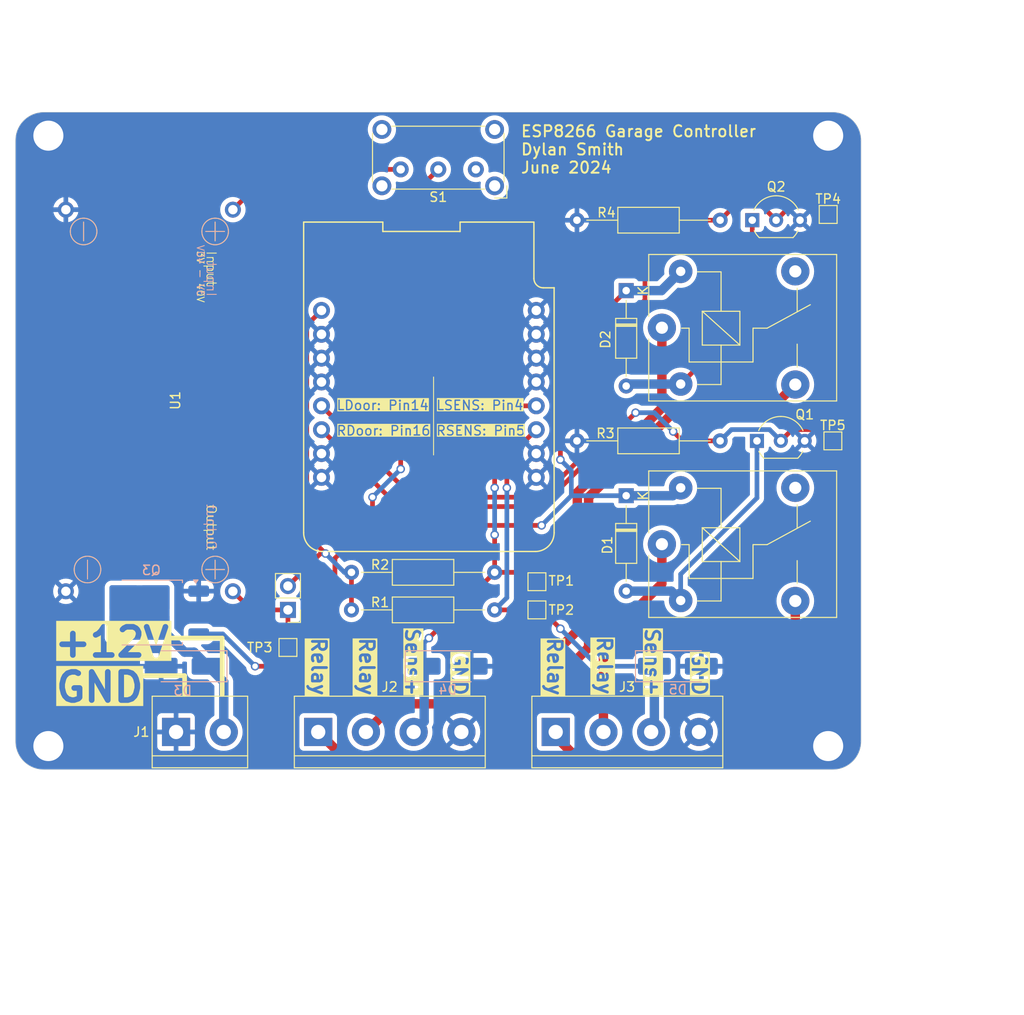
<source format=kicad_pcb>
(kicad_pcb (version 20221018) (generator pcbnew)
  (layers (0 "F.Cu" signal) (31 "B.Cu" signal) (34 "B.Paste" user) (35 "F.Paste" user) (36 "B.SilkS" user "B.Silkscreen") (37 "F.SilkS" user "F.Silkscreen") (38 "B.Mask" user) (39 "F.Mask" user) (44 "Edge.Cuts" user))
  (net 0 "")
  (net 1 "+12V")
  (net 2 "Net-(D1-A)")
  (net 3 "Net-(D2-A)")
  (net 4 "Earth")
  (net 5 "LEFT_SENSOR")
  (net 6 "RIGHT_SENSOR")
  (net 7 "LBUT_NO")
  (net 8 "LBUT_COM")
  (net 9 "RBUT_NO")
  (net 10 "RBUT_COM")
  (net 11 "Net-(JP1-A)")
  (net 12 "+5V")
  (net 13 "Net-(Q1-G)")
  (net 14 "Net-(Q2-G)")
  (net 16 "Net-(S1-A)")
  (net 19 "Net-(D3-A1)")
  (footprint "TestPoint:TestPoint_Pad_1.5x1.5mm" (layer "F.Cu") (at 80.5 75)
    (fp_text reference "TP1" (at 2.6 -0.1) (layer "F.SilkS"))
    (fp_text value "TestPoint")
    (fp_line (start -0.95 -0.95) (end 0.95 -0.95) (stroke (width 0.12)) (layer "F.SilkS"))
    (fp_line (start -0.95 0.95) (end -0.95 -0.95) (stroke (width 0.12)) (layer "F.SilkS"))
    (fp_line (start 0.95 -0.95) (end 0.95 0.95) (stroke (width 0.12)) (layer "F.SilkS"))
    (fp_line (start 0.95 0.95) (end -0.95 0.95) (stroke (width 0.12)) (layer "F.SilkS"))
    (pad "1" smd rect (at 0 0) (size 1.5 1.5) (layers "F.Cu" "F.Mask") (net 5 "LEFT_SENSOR"))
  )
  (footprint "MountingHole:MountingHole_3.2mm_M3" (layer "F.Cu") (at 111.5 92.5)
    (fp_text reference "H2" hide)
    (fp_text value "MountingHole")
    (pad "" np_thru_hole circle locked (at 0 0) (size 3.2 3.2) (drill 3.2) (layers "*.Cu" "*.Mask"))
  )
  (footprint "TestPoint:TestPoint_Pad_1.5x1.5mm" (layer "F.Cu") (at 54 82)
    (fp_text reference "TP3" (at -3 0) (layer "F.SilkS"))
    (fp_text value "TestPoint")
    (fp_line (start -0.95 -0.95) (end 0.95 -0.95) (stroke (width 0.12)) (layer "F.SilkS"))
    (fp_line (start -0.95 0.95) (end -0.95 -0.95) (stroke (width 0.12)) (layer "F.SilkS"))
    (fp_line (start 0.95 -0.95) (end 0.95 0.95) (stroke (width 0.12)) (layer "F.SilkS"))
    (fp_line (start 0.95 0.95) (end -0.95 0.95) (stroke (width 0.12)) (layer "F.SilkS"))
    (pad "1" smd rect (at 0 0) (size 1.5 1.5) (layers "F.Cu" "F.Mask") (net 11 "Net-(JP1-A)"))
  )
  (footprint "Package_TO_SOT_THT:TO-92_Inline_Wide" (layer "F.Cu") (at 103.92 60)
    (fp_text reference "Q1" (at 5.08 -2.8) (layer "F.SilkS"))
    (fp_text value "BS170-D26Z")
    (fp_line (start 0.74 1.85) (end 4.34 1.85) (stroke (width 0.12)) (layer "F.SilkS"))
    (fp_arc (start 0.1836 -1.098807) (mid 1.143021 -2.192817) (end 2.54 -2.6) (stroke (width 0.12)) (layer "F.SilkS"))
    (fp_arc (start 0.74 1.85) (mid 0.446097 1.509328) (end 0.215816 1.122795) (stroke (width 0.12)) (layer "F.SilkS"))
    (fp_arc (start 2.54 -2.6) (mid 3.936979 -2.192818) (end 4.8964 -1.098807) (stroke (width 0.12)) (layer "F.SilkS"))
    (fp_arc (start 4.864184 1.122795) (mid 4.633903 1.509328) (end 4.34 1.85) (stroke (width 0.12)) (layer "F.SilkS"))
    (pad "1" thru_hole rect (at 0 0) (size 1.5 1.5) (drill 0.8) (layers "*.Cu" "*.Mask") (net 2 "Net-(D1-A)"))
    (pad "2" thru_hole circle (at 2.54 0) (size 1.5 1.5) (drill 0.8) (layers "*.Cu" "*.Mask") (net 13 "Net-(Q1-G)"))
    (pad "3" thru_hole circle (at 5.08 0) (size 1.5 1.5) (drill 0.8) (layers "*.Cu" "*.Mask") (net 4 "Earth"))
  )
  (footprint "Diode_THT:D_DO-35_SOD27_P10.16mm_Horizontal" (layer "F.Cu") (at 90 65.84 -90)
    (fp_text reference "D1" (at 5.26 2 90) (layer "F.SilkS"))
    (fp_text value "1N4148TR")
    (fp_text user "K" (at 0 -1.8 -90) (layer "F.SilkS"))
    (fp_line (start 1.04 0) (end 2.96 0) (stroke (width 0.12)) (layer "F.SilkS"))
    (fp_line (start 2.96 -1.12) (end 2.96 1.12) (stroke (width 0.12)) (layer "F.SilkS"))
    (fp_line (start 2.96 1.12) (end 7.2 1.12) (stroke (width 0.12)) (layer "F.SilkS"))
    (fp_line (start 3.56 -1.12) (end 3.56 1.12) (stroke (width 0.12)) (layer "F.SilkS"))
    (fp_line (start 3.68 -1.12) (end 3.68 1.12) (stroke (width 0.12)) (layer "F.SilkS"))
    (fp_line (start 3.8 -1.12) (end 3.8 1.12) (stroke (width 0.12)) (layer "F.SilkS"))
    (fp_line (start 7.2 -1.12) (end 2.96 -1.12) (stroke (width 0.12)) (layer "F.SilkS"))
    (fp_line (start 7.2 1.12) (end 7.2 -1.12) (stroke (width 0.12)) (layer "F.SilkS"))
    (fp_line (start 9.12 0) (end 7.2 0) (stroke (width 0.12)) (layer "F.SilkS"))
    (pad "1" thru_hole rect (at 0 0 270) (size 1.6 1.6) (drill 0.8) (layers "*.Cu" "*.Mask") (net 1 "+12V"))
    (pad "2" thru_hole oval (at 10.16 0 270) (size 1.6 1.6) (drill 0.8) (layers "*.Cu" "*.Mask") (net 2 "Net-(D1-A)"))
  )
  (footprint "TestPoint:TestPoint_Pad_1.5x1.5mm" (layer "F.Cu") (at 112 60)
    (fp_text reference "TP5" (at 0 -1.648) (layer "F.SilkS"))
    (fp_text value "TestPoint")
    (fp_line (start -0.95 -0.95) (end 0.95 -0.95) (stroke (width 0.12)) (layer "F.SilkS"))
    (fp_line (start -0.95 0.95) (end -0.95 -0.95) (stroke (width 0.12)) (layer "F.SilkS"))
    (fp_line (start 0.95 -0.95) (end 0.95 0.95) (stroke (width 0.12)) (layer "F.SilkS"))
    (fp_line (start 0.95 0.95) (end -0.95 0.95) (stroke (width 0.12)) (layer "F.SilkS"))
    (pad "1" smd rect (at 0 0) (size 1.5 1.5) (layers "F.Cu" "F.Mask") (net 13 "Net-(Q1-G)"))
  )
  (footprint "Resistor_THT:R_Axial_DIN0207_L6.3mm_D2.5mm_P15.24mm_Horizontal" (layer "F.Cu") (at 60.76 74)
    (fp_text reference "R2" (at 3.04 -0.8) (layer "F.SilkS"))
    (fp_text value "100k")
    (fp_line (start 1.04 0) (end 4.35 0) (stroke (width 0.12)) (layer "F.SilkS"))
    (fp_line (start 4.35 -1.37) (end 4.35 1.37) (stroke (width 0.12)) (layer "F.SilkS"))
    (fp_line (start 4.35 1.37) (end 10.89 1.37) (stroke (width 0.12)) (layer "F.SilkS"))
    (fp_line (start 10.89 -1.37) (end 4.35 -1.37) (stroke (width 0.12)) (layer "F.SilkS"))
    (fp_line (start 10.89 1.37) (end 10.89 -1.37) (stroke (width 0.12)) (layer "F.SilkS"))
    (fp_line (start 14.2 0) (end 10.89 0) (stroke (width 0.12)) (layer "F.SilkS"))
    (pad "1" thru_hole circle (at 0 0) (size 1.6 1.6) (drill 0.8) (layers "*.Cu" "*.Mask") (net 12 "+5V"))
    (pad "2" thru_hole oval (at 15.24 0) (size 1.6 1.6) (drill 0.8) (layers "*.Cu" "*.Mask") (net 5 "LEFT_SENSOR"))
  )
  (footprint "Resistor_THT:R_Axial_DIN0207_L6.3mm_D2.5mm_P15.24mm_Horizontal" (layer "F.Cu") (at 100 60 180)
    (fp_text reference "R3" (at 12.2 0.8) (layer "F.SilkS"))
    (fp_text value "100k")
    (fp_line (start 1.04 0) (end 4.35 0) (stroke (width 0.12)) (layer "F.SilkS"))
    (fp_line (start 4.35 -1.37) (end 4.35 1.37) (stroke (width 0.12)) (layer "F.SilkS"))
    (fp_line (start 4.35 1.37) (end 10.89 1.37) (stroke (width 0.12)) (layer "F.SilkS"))
    (fp_line (start 10.89 -1.37) (end 4.35 -1.37) (stroke (width 0.12)) (layer "F.SilkS"))
    (fp_line (start 10.89 1.37) (end 10.89 -1.37) (stroke (width 0.12)) (layer "F.SilkS"))
    (fp_line (start 14.2 0) (end 10.89 0) (stroke (width 0.12)) (layer "F.SilkS"))
    (pad "1" thru_hole circle (at 0 0 180) (size 1.6 1.6) (drill 0.8) (layers "*.Cu" "*.Mask") (net 13 "Net-(Q1-G)"))
    (pad "2" thru_hole oval (at 15.24 0 180) (size 1.6 1.6) (drill 0.8) (layers "*.Cu" "*.Mask") (net 4 "Earth"))
  )
  (footprint "MountingHole:MountingHole_3.2mm_M3" (layer "F.Cu") (at 28.5 27.5)
    (fp_text reference "H3" hide)
    (fp_text value "MountingHole")
    (pad "" np_thru_hole circle locked (at 0 0) (size 3.2 3.2) (drill 3.2) (layers "*.Cu" "*.Mask"))
  )
  (footprint "TestPoint:TestPoint_Pad_1.5x1.5mm" (layer "F.Cu") (at 80.5 78)
    (fp_text reference "TP2" (at 2.6 0) (layer "F.SilkS"))
    (fp_text value "TestPoint")
    (fp_line (start -0.95 -0.95) (end 0.95 -0.95) (stroke (width 0.12)) (layer "F.SilkS"))
    (fp_line (start -0.95 0.95) (end -0.95 -0.95) (stroke (width 0.12)) (layer "F.SilkS"))
    (fp_line (start 0.95 -0.95) (end 0.95 0.95) (stroke (width 0.12)) (layer "F.SilkS"))
    (fp_line (start 0.95 0.95) (end -0.95 0.95) (stroke (width 0.12)) (layer "F.SilkS"))
    (pad "1" smd rect (at 0 0) (size 1.5 1.5) (layers "F.Cu" "F.Mask") (net 6 "RIGHT_SENSOR"))
  )
  (footprint "TerminalBlock:TerminalBlock_bornier-2_P5.08mm" (layer "F.Cu") (at 42.09 91)
    (fp_text reference "J1" (at -3.69 0) (layer "F.SilkS"))
    (fp_text value "1935161.0")
    (fp_line (start -2.54 -3.81) (end -2.54 3.81) (stroke (width 0.12)) (layer "F.SilkS"))
    (fp_line (start -2.54 3.81) (end 7.62 3.81) (stroke (width 0.12)) (layer "F.SilkS"))
    (fp_line (start 7.62 -3.81) (end -2.54 -3.81) (stroke (width 0.12)) (layer "F.SilkS"))
    (fp_line (start 7.62 2.54) (end -2.54 2.54) (stroke (width 0.12)) (layer "F.SilkS"))
    (fp_line (start 7.62 3.81) (end 7.62 -3.81) (stroke (width 0.12)) (layer "F.SilkS"))
    (pad "1" thru_hole rect locked (at 0 0) (size 3 3) (drill 1.52) (layers "*.Cu" "*.Mask") (net 4 "Earth"))
    (pad "2" thru_hole circle locked (at 5.08 0) (size 3 3) (drill 1.52) (layers "*.Cu" "*.Mask") (net 19 "Net-(D3-A1)"))
  )
  (footprint "000-Footprints:Relay_SPDT_Songle" (layer "F.Cu") (at 101.9 47.95)
    (fp_text reference "K2" hide)
    (fp_text value "SRD-12VDC-SL-C")
    (fp_line (start -9.5 -7.8) (end -9.5 -1.2) (stroke (width 0.12)) (layer "F.SilkS"))
    (fp_line (start -9.5 -7.8) (end 10.5 -7.8) (stroke (width 0.12)) (layer "F.SilkS"))
    (fp_line (start -9.5 1.2) (end -9.5 7.8) (stroke (width 0.12)) (layer "F.SilkS"))
    (fp_line (start -5.2 0.05) (end -6 0.05) (stroke (width 0.12)) (layer "F.SilkS"))
    (fp_line (start -5.2 0.05) (end -5.2 3.65) (stroke (width 0.12)) (layer "F.SilkS"))
    (fp_line (start -4.3 6.05) (end -1.8 6.05) (stroke (width 0.12)) (layer "F.SilkS"))
    (fp_line (start -3.8 -1.75) (end 0.2 -1.75) (stroke (width 0.12)) (layer "F.SilkS"))
    (fp_line (start -3.8 1.85) (end -3.8 -1.75) (stroke (width 0.12)) (layer "F.SilkS"))
    (fp_line (start -1.8 -5.95) (end -4.3 -5.95) (stroke (width 0.12)) (layer "F.SilkS"))
    (fp_line (start -1.8 -5.95) (end -1.8 -1.75) (stroke (width 0.12)) (layer "F.SilkS"))
    (fp_line (start -1.8 1.85) (end -1.8 6.05) (stroke (width 0.12)) (layer "F.SilkS"))
    (fp_line (start 0.2 -1.75) (end 0.2 1.85) (stroke (width 0.12)) (layer "F.SilkS"))
    (fp_line (start 0.2 1.85) (end -3.8 -1.75) (stroke (width 0.12)) (layer "F.SilkS"))
    (fp_line (start 0.2 1.85) (end -3.8 1.85) (stroke (width 0.12)) (layer "F.SilkS"))
    (fp_line (start 1.6 0.05) (end 1.6 3.65) (stroke (width 0.12)) (layer "F.SilkS"))
    (fp_line (start 1.6 0.05) (end 3.1 0.05) (stroke (width 0.12)) (layer "F.SilkS"))
    (fp_line (start 1.6 3.65) (end -5.2 3.65) (stroke (width 0.12)) (layer "F.SilkS"))
    (fp_line (start 3.1 0.05) (end 7.7 -2.45) (stroke (width 0.12)) (layer "F.SilkS"))
    (fp_line (start 6.3 -4.2) (end 6.3 -1.7) (stroke (width 0.12)) (layer "F.SilkS"))
    (fp_line (start 6.3 4.2) (end 6.3 1.75) (stroke (width 0.12)) (layer "F.SilkS"))
    (fp_line (start 10.5 -7.8) (end 10.5 7.8) (stroke (width 0.12)) (layer "F.SilkS"))
    (fp_line (start 10.5 7.8) (end -9.5 7.8) (stroke (width 0.12)) (layer "F.SilkS"))
    (pad "1" thru_hole circle (at -8.1 0 90) (size 3 3) (drill 1.3) (layers "*.Cu" "*.Mask") (net 8 "LBUT_COM"))
    (pad "2" thru_hole circle (at -6.1 6 90) (size 2.5 2.5) (drill 1) (layers "*.Cu" "*.Mask") (net 3 "Net-(D2-A)"))
    (pad "3" thru_hole circle (at 6.1 6.05 90) (size 3 3) (drill 1.3) (layers "*.Cu" "*.Mask") (net 7 "LBUT_NO"))
    (pad "4" thru_hole circle (at 6.1 -6 90) (size 3 3) (drill 1.3) (layers "*.Cu" "*.Mask"))
    (pad "5" thru_hole circle (at -6.1 -6 90) (size 2.5 2.5) (drill 1) (layers "*.Cu" "*.Mask") (net 1 "+12V"))
  )
  (footprint "TerminalBlock:TerminalBlock_bornier-4_P5.08mm" (layer "F.Cu") (at 57.22 91)
    (fp_text reference "J2" (at 7.6 -4.8) (layer "F.SilkS"))
    (fp_text value "EB21A-04-C")
    (fp_line (start -2.54 -3.81) (end -2.54 3.81) (stroke (width 0.12)) (layer "F.SilkS"))
    (fp_line (start -2.54 -3.81) (end 17.78 -3.81) (stroke (width 0.12)) (layer "F.SilkS"))
    (fp_line (start -2.54 3.81) (end 17.78 3.81) (stroke (width 0.12)) (layer "F.SilkS"))
    (fp_line (start 17.78 2.54) (end -2.54 2.54) (stroke (width 0.12)) (layer "F.SilkS"))
    (fp_line (start 17.78 3.81) (end 17.78 -3.81) (stroke (width 0.12)) (layer "F.SilkS"))
    (pad "1" thru_hole rect locked (at 0 0) (size 3 3) (drill 1.52) (layers "*.Cu" "*.Mask") (net 7 "LBUT_NO"))
    (pad "2" thru_hole circle locked (at 5.08 0) (size 3 3) (drill 1.52) (layers "*.Cu" "*.Mask") (net 8 "LBUT_COM"))
    (pad "3" thru_hole circle locked (at 10.16 0) (size 3 3) (drill 1.52) (layers "*.Cu" "*.Mask") (net 5 "LEFT_SENSOR"))
    (pad "4" thru_hole circle locked (at 15.24 0) (size 3 3) (drill 1.52) (layers "*.Cu" "*.Mask") (net 4 "Earth"))
  )
  (footprint "TestPoint:TestPoint_Pad_1.5x1.5mm" (layer "F.Cu") (at 111.5 35.89)
    (fp_text reference "TP4" (at 0 -1.648) (layer "F.SilkS"))
    (fp_text value "TestPoint")
    (fp_line (start -0.95 -0.95) (end 0.95 -0.95) (stroke (width 0.12)) (layer "F.SilkS"))
    (fp_line (start -0.95 0.95) (end -0.95 -0.95) (stroke (width 0.12)) (layer "F.SilkS"))
    (fp_line (start 0.95 -0.95) (end 0.95 0.95) (stroke (width 0.12)) (layer "F.SilkS"))
    (fp_line (start 0.95 0.95) (end -0.95 0.95) (stroke (width 0.12)) (layer "F.SilkS"))
    (pad "1" smd rect (at 0 0) (size 1.5 1.5) (layers "F.Cu" "F.Mask") (net 14 "Net-(Q2-G)"))
  )
  (footprint "Diode_THT:D_DO-35_SOD27_P10.16mm_Horizontal" (layer "F.Cu") (at 90 44 -90)
    (fp_text reference "D2" (at 5.2 2.2 90) (layer "F.SilkS"))
    (fp_text value "1N4148TR")
    (fp_text user "K" (at 0 -1.8 -90) (layer "F.SilkS"))
    (fp_line (start 1.04 0) (end 2.96 0) (stroke (width 0.12)) (layer "F.SilkS"))
    (fp_line (start 2.96 -1.12) (end 2.96 1.12) (stroke (width 0.12)) (layer "F.SilkS"))
    (fp_line (start 2.96 1.12) (end 7.2 1.12) (stroke (width 0.12)) (layer "F.SilkS"))
    (fp_line (start 3.56 -1.12) (end 3.56 1.12) (stroke (width 0.12)) (layer "F.SilkS"))
    (fp_line (start 3.68 -1.12) (end 3.68 1.12) (stroke (width 0.12)) (layer "F.SilkS"))
    (fp_line (start 3.8 -1.12) (end 3.8 1.12) (stroke (width 0.12)) (layer "F.SilkS"))
    (fp_line (start 7.2 -1.12) (end 2.96 -1.12) (stroke (width 0.12)) (layer "F.SilkS"))
    (fp_line (start 7.2 1.12) (end 7.2 -1.12) (stroke (width 0.12)) (layer "F.SilkS"))
    (fp_line (start 9.12 0) (end 7.2 0) (stroke (width 0.12)) (layer "F.SilkS"))
    (pad "1" thru_hole rect (at 0 0 270) (size 1.6 1.6) (drill 0.8) (layers "*.Cu" "*.Mask") (net 1 "+12V"))
    (pad "2" thru_hole oval (at 10.16 0 270) (size 1.6 1.6) (drill 0.8) (layers "*.Cu" "*.Mask") (net 3 "Net-(D2-A)"))
  )
  (footprint "000-Footprints:Relay_SPDT_Songle" (layer "F.Cu") (at 101.9 71)
    (fp_text reference "K1" hide)
    (fp_text value "SRD-12VDC-SL-C")
    (fp_line (start -9.5 -7.8) (end -9.5 -1.2) (stroke (width 0.12)) (layer "F.SilkS"))
    (fp_line (start -9.5 -7.8) (end 10.5 -7.8) (stroke (width 0.12)) (layer "F.SilkS"))
    (fp_line (start -9.5 1.2) (end -9.5 7.8) (stroke (width 0.12)) (layer "F.SilkS"))
    (fp_line (start -5.2 0.05) (end -6 0.05) (stroke (width 0.12)) (layer "F.SilkS"))
    (fp_line (start -5.2 0.05) (end -5.2 3.65) (stroke (width 0.12)) (layer "F.SilkS"))
    (fp_line (start -4.3 6.05) (end -1.8 6.05) (stroke (width 0.12)) (layer "F.SilkS"))
    (fp_line (start -3.8 -1.75) (end 0.2 -1.75) (stroke (width 0.12)) (layer "F.SilkS"))
    (fp_line (start -3.8 1.85) (end -3.8 -1.75) (stroke (width 0.12)) (layer "F.SilkS"))
    (fp_line (start -1.8 -5.95) (end -4.3 -5.95) (stroke (width 0.12)) (layer "F.SilkS"))
    (fp_line (start -1.8 -5.95) (end -1.8 -1.75) (stroke (width 0.12)) (layer "F.SilkS"))
    (fp_line (start -1.8 1.85) (end -1.8 6.05) (stroke (width 0.12)) (layer "F.SilkS"))
    (fp_line (start 0.2 -1.75) (end 0.2 1.85) (stroke (width 0.12)) (layer "F.SilkS"))
    (fp_line (start 0.2 1.85) (end -3.8 -1.75) (stroke (width 0.12)) (layer "F.SilkS"))
    (fp_line (start 0.2 1.85) (end -3.8 1.85) (stroke (width 0.12)) (layer "F.SilkS"))
    (fp_line (start 1.6 0.05) (end 1.6 3.65) (stroke (width 0.12)) (layer "F.SilkS"))
    (fp_line (start 1.6 0.05) (end 3.1 0.05) (stroke (width 0.12)) (layer "F.SilkS"))
    (fp_line (start 1.6 3.65) (end -5.2 3.65) (stroke (width 0.12)) (layer "F.SilkS"))
    (fp_line (start 3.1 0.05) (end 7.7 -2.45) (stroke (width 0.12)) (layer "F.SilkS"))
    (fp_line (start 6.3 -4.2) (end 6.3 -1.7) (stroke (width 0.12)) (layer "F.SilkS"))
    (fp_line (start 6.3 4.2) (end 6.3 1.75) (stroke (width 0.12)) (layer "F.SilkS"))
    (fp_line (start 10.5 -7.8) (end 10.5 7.8) (stroke (width 0.12)) (layer "F.SilkS"))
    (fp_line (start 10.5 7.8) (end -9.5 7.8) (stroke (width 0.12)) (layer "F.SilkS"))
    (pad "1" thru_hole circle (at -8.1 0 90) (size 3 3) (drill 1.3) (layers "*.Cu" "*.Mask") (net 10 "RBUT_COM"))
    (pad "2" thru_hole circle (at -6.1 6 90) (size 2.5 2.5) (drill 1) (layers "*.Cu" "*.Mask") (net 2 "Net-(D1-A)"))
    (pad "3" thru_hole circle (at 6.1 6.05 90) (size 3 3) (drill 1.3) (layers "*.Cu" "*.Mask") (net 9 "RBUT_NO"))
    (pad "4" thru_hole circle (at 6.1 -6 90) (size 3 3) (drill 1.3) (layers "*.Cu" "*.Mask"))
    (pad "5" thru_hole circle (at -6.1 -6 90) (size 2.5 2.5) (drill 1) (layers "*.Cu" "*.Mask") (net 1 "+12V"))
  )
  (footprint "Resistor_THT:R_Axial_DIN0207_L6.3mm_D2.5mm_P15.24mm_Horizontal" (layer "F.Cu") (at 60.76 78)
    (fp_text reference "R1" (at 3.04 -0.8) (layer "F.SilkS"))
    (fp_text value "100k")
    (fp_line (start 1.04 0) (end 4.35 0) (stroke (width 0.12)) (layer "F.SilkS"))
    (fp_line (start 4.35 -1.37) (end 4.35 1.37) (stroke (width 0.12)) (layer "F.SilkS"))
    (fp_line (start 4.35 1.37) (end 10.89 1.37) (stroke (width 0.12)) (layer "F.SilkS"))
    (fp_line (start 10.89 -1.37) (end 4.35 -1.37) (stroke (width 0.12)) (layer "F.SilkS"))
    (fp_line (start 10.89 1.37) (end 10.89 -1.37) (stroke (width 0.12)) (layer "F.SilkS"))
    (fp_line (start 14.2 0) (end 10.89 0) (stroke (width 0.12)) (layer "F.SilkS"))
    (pad "1" thru_hole circle (at 0 0) (size 1.6 1.6) (drill 0.8) (layers "*.Cu" "*.Mask") (net 12 "+5V"))
    (pad "2" thru_hole oval (at 15.24 0) (size 1.6 1.6) (drill 0.8) (layers "*.Cu" "*.Mask") (net 6 "RIGHT_SENSOR"))
  )
  (footprint "TerminalBlock:TerminalBlock_bornier-4_P5.08mm" (layer "F.Cu") (at 82.5 91)
    (fp_text reference "J3" (at 7.6 -4.8) (layer "F.SilkS"))
    (fp_text value "EB21A-04-C")
    (fp_line (start -2.54 -3.81) (end -2.54 3.81) (stroke (width 0.12)) (layer "F.SilkS"))
    (fp_line (start -2.54 -3.81) (end 17.78 -3.81) (stroke (width 0.12)) (layer "F.SilkS"))
    (fp_line (start -2.54 3.81) (end 17.78 3.81) (stroke (width 0.12)) (layer "F.SilkS"))
    (fp_line (start 17.78 2.54) (end -2.54 2.54) (stroke (width 0.12)) (layer "F.SilkS"))
    (fp_line (start 17.78 3.81) (end 17.78 -3.81) (stroke (width 0.12)) (layer "F.SilkS"))
    (pad "1" thru_hole rect locked (at 0 0) (size 3 3) (drill 1.52) (layers "*.Cu" "*.Mask") (net 9 "RBUT_NO"))
    (pad "2" thru_hole circle locked (at 5.08 0) (size 3 3) (drill 1.52) (layers "*.Cu" "*.Mask") (net 10 "RBUT_COM"))
    (pad "3" thru_hole circle locked (at 10.16 0) (size 3 3) (drill 1.52) (layers "*.Cu" "*.Mask") (net 6 "RIGHT_SENSOR"))
    (pad "4" thru_hole circle locked (at 15.24 0) (size 3 3) (drill 1.52) (layers "*.Cu" "*.Mask") (net 4 "Earth"))
  )
  (footprint "000-Footprints:LM2596Module" (layer "F.Cu") (at 39.25 55.7 -90)
    (fp_text reference "U1" (at 0 -2.77 90) (layer "F.SilkS"))
    (fp_text value "LM2596")
    (fp_text user "3V - 40V" (at -11 -5 -90 unlocked) (layer "B.SilkS") (effects (font (size 0.75 0.75) (thickness 0.1)) (justify left bottom mirror)))
    (fp_text user "Input" (at -11 -6 -90 unlocked) (layer "B.SilkS") (effects (font (thickness 0.1)) (justify left bottom mirror)))
    (fp_text user "Output" (at 16 -6 -90 unlocked) (layer "B.SilkS") (effects (font (thickness 0.1)) (justify left bottom mirror)))
    (fp_text user "3V - 40V" (at -16 -5 -90 unlocked) (layer "F.SilkS") (effects (font (size 0.75 0.75) (thickness 0.1)) (justify left bottom)))
    (fp_text user "Output" (at 11 -6 -90 unlocked) (layer "F.SilkS") (effects (font (thickness 0.1)) (justify left bottom)))
    (fp_text user "Input" (at -16 -6 -90 unlocked) (layer "F.SilkS") (effects (font (thickness 0.1)) (justify left bottom)))
    (fp_line (start -19 -7) (end -17 -7) (stroke (width 0.1)) (layer "B.SilkS"))
    (fp_line (start -19 7) (end -17 7) (stroke (width 0.1)) (layer "B.SilkS"))
    (fp_line (start -18 -8) (end -18 -6) (stroke (width 0.1)) (layer "B.SilkS"))
    (fp_line (start 17 -7) (end 19 -7) (stroke (width 0.1)) (layer "B.SilkS"))
    (fp_line (start 17 6.585787) (end 19 6.585787) (stroke (width 0.1)) (layer "B.SilkS"))
    (fp_line (start 18 -8) (end 18 -6) (stroke (width 0.1)) (layer "B.SilkS"))
    (fp_circle (center -18 -7) (end -16.585786 -7) (stroke (width 0.1)) (fill none) (layer "B.SilkS"))
    (fp_circle (center -18 7) (end -16.585786 7) (stroke (width 0.1)) (fill none) (layer "B.SilkS"))
    (fp_circle (center 18 -7) (end 19.414214 -7) (stroke (width 0.1)) (fill none) (layer "B.SilkS"))
    (fp_circle (center 18 6.585787) (end 19.414214 6.585787) (stroke (width 0.1)) (fill none) (layer "B.SilkS"))
    (fp_line (start -19 -7) (end -17 -7) (stroke (width 0.1)) (layer "F.SilkS"))
    (fp_line (start -19 7) (end -17 7) (stroke (width 0.1)) (layer "F.SilkS"))
    (fp_line (start -18 -8) (end -18 -6) (stroke (width 0.1)) (layer "F.SilkS"))
    (fp_line (start 17 -7) (end 19 -7) (stroke (width 0.1)) (layer "F.SilkS"))
    (fp_line (start 17 6.585787) (end 19 6.585787) (stroke (width 0.1)) (layer "F.SilkS"))
    (fp_line (start 18 -8) (end 18 -6) (stroke (width 0.1)) (layer "F.SilkS"))
    (fp_circle (center -18 -7) (end -17 -6) (stroke (width 0.1)) (fill none) (layer "F.SilkS"))
    (fp_circle (center -18 7) (end -17 8) (stroke (width 0.1)) (fill none) (layer "F.SilkS"))
    (fp_circle (center 18 -7) (end 19 -6) (stroke (width 0.1)) (fill none) (layer "F.SilkS"))
    (fp_circle (center 18 6.585787) (end 19 7.585787) (stroke (width 0.1)) (fill none) (layer "F.SilkS"))
    (pad "1" thru_hole oval (at -20.32 -8.89 270) (size 1.7 1.7) (drill 1) (layers "*.Cu" "*.Mask") (net 16 "Net-(S1-A)"))
    (pad "2" thru_hole oval (at -20.32 8.89 270) (size 1.7 1.7) (drill 1) (layers "*.Cu" "*.Mask") (net 4 "Earth"))
    (pad "3" thru_hole circle (at 20.32 8.89 270) (size 1.7 1.7) (drill 1) (layers "*.Cu" "*.Mask") (net 4 "Earth"))
    (pad "4" thru_hole circle (at 20.32 -8.89 270) (size 1.7 1.7) (drill 1) (layers "*.Cu" "*.Mask") (net 11 "Net-(JP1-A)"))
  )
  (footprint "000-Footprints:wemos-d1-mini-with-pin-header-and-connector" (layer "F.Cu") (at 69 55 -90)
    (fp_text reference "U2" hide)
    (fp_text value "WeMos_D1_mini")
    (fp_line (start -18.3 -11.18) (end -18.3 -3.32) (stroke (width 0.15)) (layer "F.SilkS"))
    (fp_line (start -18.3 -11.18) (end -12.3 -11.18) (stroke (width 0.15)) (layer "F.SilkS"))
    (fp_line (start -18.3 -3.32) (end -17.3 -3.32) (stroke (width 0.15)) (layer "F.SilkS"))
    (fp_line (start -18.3 4.9) (end -18.3 13.329999) (stroke (width 0.15)) (layer "F.SilkS"))
    (fp_line (start -18.3 13.33) (end 14.78 13.33) (stroke (width 0.15)) (layer "F.SilkS"))
    (fp_line (start -17.3 -3.32) (end -17.3 4.9) (stroke (width 0.15)) (layer "F.SilkS"))
    (fp_line (start -17.3 4.9) (end -18.3 4.9) (stroke (width 0.15)) (layer "F.SilkS"))
    (fp_line (start -11.3 -13.33) (end -11.3 -13.33) (stroke (width 0.15)) (layer "F.SilkS"))
    (fp_line (start -11.3 -12.17) (end -11.3 -13.33) (stroke (width 0.15)) (layer "F.SilkS"))
    (fp_line (start 14.78 -13.33) (end -11.3 -13.33) (stroke (width 0.15)) (layer "F.SilkS"))
    (fp_line (start 16.78 11.33) (end 16.78 -11.33) (stroke (width 0.15)) (layer "F.SilkS"))
    (fp_arc (start -11.3 -12.18) (mid -11.592893 -11.472893) (end -12.3 -11.18) (stroke (width 0.15)) (layer "F.SilkS"))
    (fp_arc (start 14.78 -13.33) (mid 16.194214 -12.744214) (end 16.78 -11.33) (stroke (width 0.15)) (layer "F.SilkS"))
    (fp_arc (start 16.78 11.33) (mid 16.194214 12.744214) (end 14.78 13.33) (stroke (width 0.15)) (layer "F.SilkS"))
    (pad "1" thru_hole circle (at 8.89 -11.43 270) (size 1.8 1.8) (drill 1.016) (layers "*.Cu" "*.Mask") (net 4 "Earth"))
    (pad "2" thru_hole circle (at 6.35 -11.43 270) (size 1.8 1.8) (drill 1.016) (layers "*.Cu" "*.Mask") (net 4 "Earth"))
    (pad "3" thru_hole circle (at 3.81 -11.43 270) (size 1.8 1.8) (drill 1.016) (layers "*.Cu" "*.Mask") (net 6 "RIGHT_SENSOR"))
    (pad "4" thru_hole circle (at 1.27 -11.43 270) (size 1.8 1.8) (drill 1.016) (layers "*.Cu" "*.Mask") (net 5 "LEFT_SENSOR"))
    (pad "5" thru_hole circle (at -1.27 -11.43 270) (size 1.8 1.8) (drill 1.016) (layers "*.Cu" "*.Mask") (net 4 "Earth"))
    (pad "6" thru_hole circle (at -3.81 -11.43) (size 1.8 1.8) (drill 1.016) (layers "*.Cu" "*.Mask") (net 4 "Earth"))
    (pad "7" thru_hole circle (at -6.35 -11.43 270) (size 1.8 1.8) (drill 1.016) (layers "*.Cu" "*.Mask") (net 4 "Earth"))
    (pad "8" thru_hole circle (at -8.89 -11.43 270) (size 1.8 1.8) (drill 1.016) (layers "*.Cu" "*.Mask") (net 4 "Earth"))
    (pad "9" thru_hole circle (at -8.89 11.43 270) (size 1.8 1.8) (drill 1.016) (layers "*.Cu" "*.Mask") (net 12 "+5V"))
    (pad "10" thru_hole circle (at -6.35 11.43 270) (size 1.8 1.8) (drill 1.016) (layers "*.Cu" "*.Mask") (net 4 "Earth"))
    (pad "11" thru_hole circle (at -3.81 11.43 270) (size 1.8 1.8) (drill 1.016) (layers "*.Cu" "*.Mask") (net 4 "Earth"))
    (pad "12" thru_hole circle (at -1.27 11.43 270) (size 1.8 1.8) (drill 1.016) (layers "*.Cu" "*.Mask") (net 4 "Earth"))
    (pad "13" thru_hole circle (at 1.27 11.43 270) (size 1.8 1.8) (drill 1.016) (layers "*.Cu" "*.Mask") (net 14 "Net-(Q2-G)"))
    (pad "14" thru_hole circle (at 3.81 11.43 270) (size 1.8 1.8) (drill 1.016) (layers "*.Cu" "*.Mask") (net 13 "Net-(Q1-G)"))
    (pad "15" thru_hole circle (at 6.35 11.43 270) (size 1.8 1.8) (drill 1.016) (layers "*.Cu" "*.Mask") (net 4 "Earth"))
    (pad "16" thru_hole circle (at 8.89 11.43 270) (size 1.8 1.8) (drill 1.016) (layers "*.Cu" "*.Mask") (net 4 "Earth"))
  )
  (footprint "MountingHole:MountingHole_3.2mm_M3" (layer "F.Cu") (at 28.5 92.5)
    (fp_text reference "H4" hide)
    (fp_text value "MountingHole")
    (pad "" np_thru_hole circle locked (at 0 0) (size 3.2 3.2) (drill 3.2) (layers "*.Cu" "*.Mask"))
  )
  (footprint "Package_TO_SOT_THT:TO-92_Inline_Wide" (layer "F.Cu") (at 103.42 36.5)
    (fp_text reference "Q2" (at 2.54 -3.56) (layer "F.SilkS"))
    (fp_text value "BS170-D26Z")
    (fp_line (start 0.74 1.85) (end 4.34 1.85) (stroke (width 0.12)) (layer "F.SilkS"))
    (fp_arc (start 0.1836 -1.098807) (mid 1.143021 -2.192817) (end 2.54 -2.6) (stroke (width 0.12)) (layer "F.SilkS"))
    (fp_arc (start 0.74 1.85) (mid 0.446097 1.509328) (end 0.215816 1.122795) (stroke (width 0.12)) (layer "F.SilkS"))
    (fp_arc (start 2.54 -2.6) (mid 3.936979 -2.192818) (end 4.8964 -1.098807) (stroke (width 0.12)) (layer "F.SilkS"))
    (fp_arc (start 4.864184 1.122795) (mid 4.633903 1.509328) (end 4.34 1.85) (stroke (width 0.12)) (layer "F.SilkS"))
    (pad "1" thru_hole rect (at 0 0) (size 1.5 1.5) (drill 0.8) (layers "*.Cu" "*.Mask") (net 3 "Net-(D2-A)"))
    (pad "2" thru_hole circle (at 2.54 0) (size 1.5 1.5) (drill 0.8) (layers "*.Cu" "*.Mask") (net 14 "Net-(Q2-G)"))
    (pad "3" thru_hole circle (at 5.08 0) (size 1.5 1.5) (drill 0.8) (layers "*.Cu" "*.Mask") (net 4 "Earth"))
  )
  (footprint "MountingHole:MountingHole_3.2mm_M3" (layer "F.Cu") (at 111.5 27.5)
    (fp_text reference "H1" hide)
    (fp_text value "MountingHole")
    (pad "" np_thru_hole circle locked (at 0 0) (size 3.2 3.2) (drill 3.2) (layers "*.Cu" "*.Mask"))
  )
  (footprint "Connector_PinHeader_2.54mm:PinHeader_1x02_P2.54mm_Vertical" (layer "F.Cu") (at 54 78 180)
    (fp_text reference "JP1" hide)
    (fp_text value "Jumper_2_Bridged")
    (fp_line (start -1.33 -1.33) (end 0 -1.33) (stroke (width 0.12)) (layer "F.SilkS"))
    (fp_line (start -1.33 0) (end -1.33 -1.33) (stroke (width 0.12)) (layer "F.SilkS"))
    (fp_line (start -1.33 1.27) (end -1.33 3.87) (stroke (width 0.12)) (layer "F.SilkS"))
    (fp_line (start -1.33 1.27) (end 1.33 1.27) (stroke (width 0.12)) (layer "F.SilkS"))
    (fp_line (start -1.33 3.87) (end 1.33 3.87) (stroke (width 0.12)) (layer "F.SilkS"))
    (fp_line (start 1.33 1.27) (end 1.33 3.87) (stroke (width 0.12)) (layer "F.SilkS"))
    (pad "1" thru_hole rect (at 0 0 180) (size 1.7 1.7) (drill 1) (layers "*.Cu" "*.Mask") (net 11 "Net-(JP1-A)"))
    (pad "2" thru_hole oval (at 0 2.54 180) (size 1.7 1.7) (drill 1) (layers "*.Cu" "*.Mask") (net 12 "+5V"))
  )
  (footprint "Resistor_THT:R_Axial_DIN0207_L6.3mm_D2.5mm_P15.24mm_Horizontal" (layer "F.Cu") (at 100 36.5 180)
    (fp_text reference "R4" (at 12.1 0.8) (layer "F.SilkS"))
    (fp_text value "100k")
    (fp_line (start 1.04 0) (end 4.35 0) (stroke (width 0.12)) (layer "F.SilkS"))
    (fp_line (start 4.35 -1.37) (end 4.35 1.37) (stroke (width 0.12)) (layer "F.SilkS"))
    (fp_line (start 4.35 1.37) (end 10.89 1.37) (stroke (width 0.12)) (layer "F.SilkS"))
    (fp_line (start 10.89 -1.37) (end 4.35 -1.37) (stroke (width 0.12)) (layer "F.SilkS"))
    (fp_line (start 10.89 1.37) (end 10.89 -1.37) (stroke (width 0.12)) (layer "F.SilkS"))
    (fp_line (start 14.2 0) (end 10.89 0) (stroke (width 0.12)) (layer "F.SilkS"))
    (pad "1" thru_hole circle (at 0 0 180) (size 1.6 1.6) (drill 0.8) (layers "*.Cu" "*.Mask") (net 14 "Net-(Q2-G)"))
    (pad "2" thru_hole oval (at 15.24 0 180) (size 1.6 1.6) (drill 0.8) (layers "*.Cu" "*.Mask") (net 4 "Earth"))
  )
  (footprint "000-Footprints:SW_E-Switch_EG1224_SPDT_Angled" (layer "F.Cu") (at 70 31.09 180)
    (fp_text reference "S1" (at 0 -2.95 180) (layer "F.SilkS"))
    (fp_text value "EG1224")
    (fp_line (start -7.3 -3.05) (end -6 -3.05) (stroke (width 0.12)) (layer "F.SilkS"))
    (fp_line (start -7.3 -1.75) (end -7.3 -3.05) (stroke (width 0.12)) (layer "F.SilkS"))
    (fp_line (start -7 3.85) (end -7 -1.35) (stroke (width 0.12)) (layer "F.SilkS"))
    (fp_line (start -4.95 -2.1) (end 4.95 -2.1) (stroke (width 0.12)) (layer "F.SilkS"))
    (fp_line (start 4.95 4.6) (end -4.95 4.6) (stroke (width 0.12)) (layer "F.SilkS"))
    (fp_line (start 7 -1.35) (end 7 3.85) (stroke (width 0.12)) (layer "F.SilkS"))
    (pad "" thru_hole circle locked (at -6 -1.75 180) (size 2 2) (drill 1.2) (layers "*.Cu" "*.Mask"))
    (pad "" thru_hole circle locked (at -6 4.25 180) (size 2 2) (drill 1.2) (layers "*.Cu" "*.Mask"))
    (pad "" thru_hole circle locked (at 6 -1.75 180) (size 2 2) (drill 1.2) (layers "*.Cu" "*.Mask"))
    (pad "" thru_hole circle locked (at 6 4.25 180) (size 2 2) (drill 1.2) (layers "*.Cu" "*.Mask"))
    (pad "1" thru_hole circle locked (at -4 0 180) (size 1.7 1.7) (drill 0.9) (layers "*.Cu" "*.Mask"))
    (pad "2" thru_hole circle locked (at 0 0 180) (size 1.7 1.7) (drill 0.9) (layers "*.Cu" "*.Mask") (net 1 "+12V"))
    (pad "3" thru_hole circle locked (at 4 0 180) (size 1.7 1.7) (drill 0.9) (layers "*.Cu" "*.Mask") (net 16 "Net-(S1-A)"))
  )
  (footprint "Diode_SMD:D_SMA_Handsoldering" (layer "B.Cu") (at 95.5 84)
    (fp_text reference "D5" (at 0 2.5) (layer "B.SilkS") (effects (justify mirror)))
    (fp_text value "SMA6J5.0A-TR")
    (fp_line (start -4.51 -1.65) (end 2.5 -1.65) (stroke (width 0.12)) (layer "B.SilkS"))
    (fp_line (start -4.51 1.65) (end -4.51 -1.65) (stroke (width 0.12)) (layer "B.SilkS"))
    (fp_line (start -4.51 1.65) (end 2.5 1.65) (stroke (width 0.12)) (layer "B.SilkS"))
    (pad "1" smd roundrect (at -2.5 0) (size 3.5 1.8) (layers "B.Cu" "B.Paste" "B.Mask") (roundrect_rratio 0.1388888889) (net 6 "RIGHT_SENSOR"))
    (pad "2" smd roundrect (at 2.5 0) (size 3.5 1.8) (layers "B.Cu" "B.Paste" "B.Mask") (roundrect_rratio 0.1388888889) (net 4 "Earth"))
  )
  (footprint "Diode_SMD:D_SMA_Handsoldering" (layer "B.Cu") (at 71 84)
    (fp_text reference "D4" (at 0 2.5) (layer "B.SilkS") (effects (justify mirror)))
    (fp_text value "SMA6J5.0A-TR")
    (fp_line (start -4.51 -1.65) (end 2.5 -1.65) (stroke (width 0.12)) (layer "B.SilkS"))
    (fp_line (start -4.51 1.65) (end -4.51 -1.65) (stroke (width 0.12)) (layer "B.SilkS"))
    (fp_line (start -4.51 1.65) (end 2.5 1.65) (stroke (width 0.12)) (layer "B.SilkS"))
    (pad "1" smd roundrect (at -2.5 0) (size 3.5 1.8) (layers "B.Cu" "B.Paste" "B.Mask") (roundrect_rratio 0.1388888889) (net 5 "LEFT_SENSOR"))
    (pad "2" smd roundrect (at 2.5 0) (size 3.5 1.8) (layers "B.Cu" "B.Paste" "B.Mask") (roundrect_rratio 0.1388888889) (net 4 "Earth"))
  )
  (footprint "Package_TO_SOT_SMD:TO-252-2" (layer "B.Cu") (at 39.46 78.28 180)
    (fp_text reference "Q3" (at 0 4.5) (layer "B.SilkS") (effects (justify mirror)))
    (fp_text value "IRFR9024NTRLPBF")
    (fp_line (start -3.31 -3.45) (end -3.31 -3.18) (stroke (width 0.12)) (layer "B.SilkS"))
    (fp_line (start -3.31 3.45) (end -3.31 3.18) (stroke (width 0.12)) (layer "B.SilkS"))
    (fp_line (start 3.11 -3.45) (end -3.31 -3.45) (stroke (width 0.12)) (layer "B.SilkS"))
    (fp_line (start 3.11 3.45) (end -3.31 3.45) (stroke (width 0.12)) (layer "B.SilkS"))
    (fp_poly (pts (xy -4.73 3.14) (xy -4.97 3.47) (xy -4.49 3.47) (xy -4.73 3.14)) (stroke (width 0.12)) (fill solid) (layer "B.SilkS"))
    (pad "1" smd roundrect (at -5.04 2.28 180) (size 2.2 1.2) (layers "B.Cu" "B.Paste" "B.Mask") (roundrect_rratio 0.2083333333) (net 4 "Earth"))
    (pad "2" smd roundrect (at -0.415 -1.525 180) (size 3.05 2.75) (layers "B.Cu" "B.Paste") (roundrect_rratio 0.09090909091) (net 19 "Net-(D3-A1)"))
    (pad "2" smd roundrect (at -0.415 1.525 180) (size 3.05 2.75) (layers "B.Cu" "B.Paste") (roundrect_rratio 0.09090909091) (net 19 "Net-(D3-A1)"))
    (pad "2" smd roundrect (at 1.26 0 180) (size 6.4 5.8) (layers "B.Cu" "B.Mask") (roundrect_rratio 0.04310293103) (net 19 "Net-(D3-A1)"))
    (pad "2" smd roundrect (at 2.935 -1.525 180) (size 3.05 2.75) (layers "B.Cu" "B.Paste") (roundrect_rratio 0.09090909091) (net 19 "Net-(D3-A1)"))
    (pad "2" smd roundrect (at 2.935 1.525 180) (size 3.05 2.75) (layers "B.Cu" "B.Paste") (roundrect_rratio 0.09090909091) (net 19 "Net-(D3-A1)"))
    (pad "3" smd roundrect (at -5.04 -2.28 180) (size 2.2 1.2) (layers "B.Cu" "B.Paste" "B.Mask") (roundrect_rratio 0.2083333333) (net 1 "+12V"))
  )
  (footprint "Diode_SMD:D_SMA_Handsoldering" (layer "B.Cu") (at 43 84 180)
    (fp_text reference "D3" (at 0.2 -2.6) (layer "B.SilkS") (effects (justify mirror)))
    (fp_text value "SMAJ12A")
    (fp_line (start -4.51 -1.65) (end 2.5 -1.65) (stroke (width 0.12)) (layer "B.SilkS"))
    (fp_line (start -4.51 1.65) (end -4.51 -1.65) (stroke (width 0.12)) (layer "B.SilkS"))
    (fp_line (start -4.51 1.65) (end 2.5 1.65) (stroke (width 0.12)) (layer "B.SilkS"))
    (pad "1" smd roundrect (at -2.5 0 180) (size 3.5 1.8) (layers "B.Cu" "B.Paste" "B.Mask") (roundrect_rratio 0.1388888889) (net 19 "Net-(D3-A1)"))
    (pad "2" smd roundrect (at 2.5 0 180) (size 3.5 1.8) (layers "B.Cu" "B.Paste" "B.Mask") (roundrect_rratio 0.1388888889) (net 4 "Earth"))
  )
  (gr_line (start 69.5 53.2) (end 69.5 61.5) (stroke (width 0.1)) (layer "F.SilkS"))
  (gr_line (start 38.5 85) (end 43 85) (stroke (width 0.5)) (layer "F.SilkS"))
  (gr_line (start 47 87) (end 47 81) (stroke (width 0.5)) (layer "F.SilkS"))
  (gr_line (start 41.5 81) (end 47 81) (stroke (width 0.5)) (layer "F.SilkS"))
  (gr_line (start 43 87) (end 43 85) (stroke (width 0.5)) (layer "F.SilkS"))
  (gr_line locked (start 115 28) (end 115 92) (stroke (width 0.05)) (layer "Edge.Cuts"))
  (gr_arc locked (start 25 28) (mid 25.87868 25.87868) (end 28 25) (stroke (width 0.05)) (layer "Edge.Cuts"))
  (gr_line locked (start 25 92) (end 25 28) (stroke (width 0.05)) (layer "Edge.Cuts"))
  (gr_arc locked (start 115 92) (mid 114.12132 94.12132) (end 112 95) (stroke (width 0.05)) (layer "Edge.Cuts"))
  (gr_arc locked (start 28 95) (mid 25.87868 94.12132) (end 25 92) (stroke (width 0.05)) (layer "Edge.Cuts"))
  (gr_arc locked (start 112 25) (mid 114.12132 25.87868) (end 115 28) (stroke (width 0.05)) (layer "Edge.Cuts"))
  (gr_line locked (start 28 25) (end 112 25) (stroke (width 0.05)) (layer "Edge.Cuts"))
  (gr_rect (start 74 121.11) (end 74 121.11) (stroke (width 0.05)) (fill none) (layer "Edge.Cuts"))
  (gr_line locked (start 112 95) (end 28 95) (stroke (width 0.05)) (layer "Edge.Cuts"))
  (gr_text "RDoor: Pin16" (at 59.1 59.5) (layer "F.SilkS" knockout) (effects (font (size 1 1)) (justify left bottom)))
  (gr_text "+12V\n" (at 28.852829 83.199731) (layer "F.SilkS" knockout) (effects (font (size 3 3) (thickness 0.6) bold) (justify left bottom)))
  (gr_text "RSENS: Pin5" (at 69.7 59.5) (layer "F.SilkS" knockout) (effects (font (size 1 1)) (justify left bottom)))
  (gr_text "Sens+" (at 66.4 79.8 270) (layer "F.SilkS" knockout) (effects (font (size 1.5 1.5) (thickness 0.3) bold) (justify left bottom)))
  (gr_text "ESP8266 Garage Controller\nDylan Smith\nJune 2024" (at 78.7 31.6) (layer "F.SilkS") (effects (font (size 1.2 1.2) (thickness 0.2) bold) (justify left bottom)))
  (gr_text "Relay" (at 56.4 80.8 270) (layer "F.SilkS" knockout) (effects (font (size 1.5 1.5) (thickness 0.3) bold) (justify left bottom)))
  (gr_text "Relay" (at 86.8 80.7 270) (layer "F.SilkS" knockout) (effects (font (size 1.5 1.5) (thickness 0.3) bold) (justify left bottom)))
  (gr_text "GND" (at 71.4 82.3 270) (layer "F.SilkS" knockout) (effects (font (size 1.5 1.5) (thickness 0.3) bold) (justify left bottom)))
  (gr_text "GND" (at 96.9 82.3 270) (layer "F.SilkS" knockout) (effects (font (size 1.5 1.5) (thickness 0.3) bold) (justify left bottom)))
  (gr_text "GND" (at 29 88) (layer "F.SilkS" knockout) (effects (font (size 3 3) (thickness 0.6) bold) (justify left bottom)))
  (gr_text "LDoor: Pin14" (at 59.1 56.8) (layer "F.SilkS" knockout) (effects (font (size 1 1)) (justify left bottom)))
  (gr_text "Relay" (at 81.5 80.8 270) (layer "F.SilkS" knockout) (effects (font (size 1.5 1.5) (thickness 0.3) bold) (justify left bottom)))
  (gr_text "LSENS: Pin4" (at 69.7 56.8) (layer "F.SilkS" knockout) (effects (font (size 1 1)) (justify left bottom)))
  (gr_text "Relay" (at 61.5 80.8 270) (layer "F.SilkS" knockout) (effects (font (size 1.5 1.5) (thickness 0.3) bold) (justify left bottom)))
  (gr_text "Sens+" (at 91.9 79.8 270) (layer "F.SilkS" knockout) (effects (font (size 1.5 1.5) (thickness 0.3) bold) (justify left bottom)))
  (segment (start 50.5 84) (end 56 84) (width 0.5) (layer "F.Cu") (net 1))
  (segment (start 62.5 69) (end 59 72.5) (width 0.5) (layer "F.Cu") (net 1))
  (segment (start 66 63) (end 66 35.09) (width 0.5) (layer "F.Cu") (net 1))
  (segment (start 83 62) (end 83 51) (width 0.5) (layer "F.Cu") (net 1))
  (segment (start 59 81) (end 56 84) (width 0.5) (layer "F.Cu") (net 1))
  (segment (start 59 72.5) (end 59 81) (width 0.5) (layer "F.Cu") (net 1))
  (segment (start 66 35.09) (end 70 31.09) (width 0.5) (layer "F.Cu") (net 1))
  (segment (start 81 69) (end 62.5 69) (width 0.5) (layer "F.Cu") (net 1))
  (segment (start 63 68.5) (end 63 66) (width 0.5) (layer "F.Cu") (net 1))
  (segment (start 83 51) (end 90 44) (width 0.5) (layer "F.Cu") (net 1))
  (segment (start 62.5 69) (end 63 68.5) (width 0.5) (layer "F.Cu") (net 1))
  (via (at 50.5 84) (size 0.9) (drill 0.6) (layers "F.Cu" "B.Cu") (net 1))
  (via (at 63 66) (size 0.9) (drill 0.6) (layers "F.Cu" "B.Cu") (net 1))
  (via (at 83 62) (size 0.9) (drill 0.6) (layers "F.Cu" "B.Cu") (net 1))
  (via (at 81 69) (size 0.9) (drill 0.6) (layers "F.Cu" "B.Cu") (net 1))
  (via (at 66 63) (size 0.9) (drill 0.6) (layers "F.Cu" "B.Cu") (net 1))
  (segment (start 81 69) (end 84.16 65.84) (width 0.5) (layer "B.Cu") (net 1))
  (segment (start 84.16 63.16) (end 83 62) (width 0.5) (layer "B.Cu") (net 1))
  (segment (start 93.75 44) (end 95.8 41.95) (width 1) (layer "B.Cu") (net 1))
  (segment (start 84.16 65.84) (end 90 65.84) (width 0.5) (layer "B.Cu") (net 1))
  (segment (start 63 66) (end 66 63) (width 0.5) (layer "B.Cu") (net 1))
  (segment (start 44.5 80.56) (end 47.06 80.56) (width 0.5) (layer "B.Cu") (net 1))
  (segment (start 90 44) (end 93.75 44) (width 1) (layer "B.Cu") (net 1))
  (segment (start 90 65.84) (end 94.96 65.84) (width 1) (layer "B.Cu") (net 1))
  (segment (start 94.96 65.84) (end 95.8 65) (width 1) (layer "B.Cu") (net 1))
  (segment (start 47.06 80.56) (end 50.5 84) (width 0.5) (layer "B.Cu") (net 1))
  (segment (start 84.16 65.84) (end 84.16 63.16) (width 0.5) (layer "B.Cu") (net 1))
  (segment (start 103.92 66.08) (end 103.92 60) (width 0.5) (layer "B.Cu") (net 2))
  (segment (start 95.8 74.2) (end 103.92 66.08) (width 0.5) (layer "B.Cu") (net 2))
  (segment (start 90 76) (end 94.8 76) (width 1) (layer "B.Cu") (net 2))
  (segment (start 94.8 76) (end 95.8 77) (width 1) (layer "B.Cu") (net 2))
  (segment (start 95.8 77) (end 95.8 74.2) (width 0.5) (layer "B.Cu") (net 2))
  (segment (start 103.42 36.5) (end 103.42 46.33) (width 0.5) (layer "F.Cu") (net 3))
  (segment (start 103.42 46.33) (end 95.8 53.95) (width 0.5) (layer "F.Cu") (net 3))
  (segment (start 95.8 53.95) (end 90.21 53.95) (width 1) (layer "B.Cu") (net 3))
  (segment (start 90.21 53.95) (end 90 54.16) (width 1) (layer "B.Cu") (net 3))
  (segment (start 76 74) (end 79.5 74) (width 0.5) (layer "F.Cu") (net 5))
  (segment (start 76 74) (end 76 70) (width 0.5) (layer "F.Cu") (net 5))
  (segment (start 69 81) (end 76 74) (width 0.5) (layer "F.Cu") (net 5))
  (segment (start 77.73 56.27) (end 80.43 56.27) (width 0.5) (layer "F.Cu") (net 5))
  (segment (start 76 58) (end 77.73 56.27) (width 0.5) (layer "F.Cu") (net 5))
  (segment (start 76 65) (end 76 58) (width 0.5) (layer "F.Cu") (net 5))
  (segment (start 79.5 74) (end 80.5 75) (width 0.5) (layer "F.Cu") (net 5))
  (via (at 69 81) (size 0.9) (drill 0.6) (layers "F.Cu" "B.Cu") (net 5))
  (via (at 76 65) (size 0.9) (drill 0.6) (layers "F.Cu" "B.Cu") (net 5))
  (via (at 76 70) (size 0.9) (drill 0.6) (layers "F.Cu" "B.Cu") (net 5))
  (segment (start 68.5 89.88) (end 67.38 91) (width 1) (layer "B.Cu") (net 5))
  (segment (start 68.5 81.5) (end 69 81) (width 0.5) (layer "B.Cu") (net 5))
  (segment (start 68.5 84) (end 68.5 81.5) (width 0.5) (layer "B.Cu") (net 5))
  (segment (start 76 70) (end 76 65) (width 0.5) (layer "B.Cu") (net 5))
  (segment (start 68.5 84) (end 68.5 89.88) (width 1) (layer "B.Cu") (net 5))
  (segment (start 77.3 65) (end 77.3 61.94) (width 0.5) (layer "F.Cu") (net 6))
  (segment (start 81 78) (end 76 78) (width 0.5) (layer "F.Cu") (net 6))
  (segment (start 77.3 61.94) (end 80.43 58.81) (width 0.5) (layer "F.Cu") (net 6))
  (segment (start 83 80) (end 81 78) (width 0.5) (layer "F.Cu") (net 6))
  (via (at 83 80) (size 0.9) (drill 0.6) (layers "F.Cu" "B.Cu") (net 6))
  (via (at 77.3 65) (size 0.9) (drill 0.6) (layers "F.Cu" "B.Cu") (net 6))
  (segment (start 77.3 76.7) (end 77.3 65) (width 0.5) (layer "B.Cu") (net 6))
  (segment (start 87 84) (end 93 84) (width 0.5) (layer "B.Cu") (net 6))
  (segment (start 93 90.66) (end 92.66 91) (width 1) (layer "B.Cu") (net 6))
  (segment (start 76 78) (end 77.25 76.75) (width 0.5) (layer "B.Cu") (net 6))
  (segment (start 77.25 76.75) (end 77.3 76.7) (width 0.5) (layer "B.Cu") (net 6))
  (segment (start 83 80) (end 87 84) (width 0.5) (layer "B.Cu") (net 6))
  (segment (start 93 84) (end 93 90.66) (width 1) (layer "B.Cu") (net 6))
  (segment (start 86 82) (end 86 66) (width 1) (layer "F.Cu") (net 7))
  (segment (start 74 94) (end 86 82) (width 1) (layer "F.Cu") (net 7))
  (segment (start 86 66) (end 95 57) (width 1) (layer "F.Cu") (net 7))
  (segment (start 57.22 91) (end 60.22 94) (width 1) (layer "F.Cu") (net 7))
  (segment (start 60.22 94) (end 74 94) (width 1) (layer "F.Cu") (net 7))
  (segment (start 95 57) (end 105 57) (width 1) (layer "F.Cu") (net 7))
  (segment (start 105 57) (end 108 54) (width 1) (layer "F.Cu") (net 7))
  (segment (start 84.8 65.502944) (end 93.8 56.502944) (width 1) (layer "F.Cu") (net 8))
  (segment (start 65.3 88) (end 77 88) (width 1) (layer "F.Cu") (net 8))
  (segment (start 84.8 80.2) (end 84.8 65.502944) (width 1) (layer "F.Cu") (net 8))
  (segment (start 77 88) (end 84.8 80.2) (width 1) (layer "F.Cu") (net 8))
  (segment (start 93.8 56.502944) (end 93.8 47.95) (width 1) (layer "F.Cu") (net 8))
  (segment (start 62.3 91) (end 65.3 88) (width 1) (layer "F.Cu") (net 8))
  (segment (start 82.5 91) (end 82.5 91.5) (width 1) (layer "F.Cu") (net 9))
  (segment (start 100 94) (end 108 86) (width 1) (layer "F.Cu") (net 9))
  (segment (start 108 86) (end 108 77.05) (width 1) (layer "F.Cu") (net 9))
  (segment (start 85 94) (end 100 94) (width 1) (layer "F.Cu") (net 9))
  (segment (start 82.5 91.5) (end 85 94) (width 1) (layer "F.Cu") (net 9))
  (segment (start 87.58 81.42) (end 87.58 91) (width 1) (layer "F.Cu") (net 10))
  (segment (start 93.8 71) (end 93.8 75.2) (width 1) (layer "F.Cu") (net 10))
  (segment (start 93.8 75.2) (end 87.58 81.42) (width 1) (layer "F.Cu") (net 10))
  (segment (start 54 78) (end 54 82) (width 0.5) (layer "F.Cu") (net 11))
  (segment (start 54 78) (end 50.12 78) (width 0.5) (layer "F.Cu") (net 11))
  (segment (start 50.12 78) (end 48.14 76.02) (width 0.5) (layer "F.Cu") (net 11))
  (segment (start 60.76 78) (end 60.76 74) (width 0.5) (layer "F.Cu") (net 12))
  (segment (start 56 47.68) (end 57.57 46.11) (width 0.5) (layer "F.Cu") (net 12))
  (segment (start 57.46 72) (end 58 72) (width 0.5) (layer "F.Cu") (net 12))
  (segment (start 54 75.46) (end 57.46 72) (width 0.5) (layer "F.Cu") (net 12))
  (segment (start 58 72) (end 56 70) (width 0.5) (layer "F.Cu") (net 12))
  (segment (start 56 70) (end 56 47.68) (width 0.5) (layer "F.Cu") (net 12))
  (via (at 58 72) (size 0.9) (drill 0.6) (layers "F.Cu" "B.Cu") (net 12))
  (segment (start 60 74) (end 58 72) (width 0.5) (layer "B.Cu") (net 12))
  (segment (start 60.76 74) (end 60 74) (width 0.5) (layer "B.Cu") (net 12))
  (segment (start 96 60) (end 100 60) (width 0.5) (layer "F.Cu") (net 13))
  (segment (start 57.57 58.81) (end 65.76 67) (width 0.5) (layer "F.Cu") (net 13))
  (segment (start 107.66 58.8) (end 110.8 58.8) (width 0.5) (layer "F.Cu") (net 13))
  (segment (start 110.8 58.8) (end 112 60) (width 0.5) (layer "F.Cu") (net 13))
  (segment (start 81 67) (end 91 57) (width 0.5) (layer "F.Cu") (net 13))
  (segment (start 79 67) (end 81 67) (width 0.5) (layer "F.Cu") (net 13))
  (segment (start 106.46 60) (end 107.66 58.8) (width 0.5) (layer "F.Cu") (net 13))
  (segment (start 65.76 67) (end 79 67) (width 0.5) (layer "F.Cu") (net 13))
  (segment (start 95 59) (end 96 60) (width 0.5) (layer "F.Cu") (net 13))
  (via (at 91 57) (size 0.9) (drill 0.6) (layers "F.Cu" "B.Cu") (net 13))
  (via (at 95 59) (size 0.9) (drill 0.6) (layers "F.Cu" "B.Cu") (net 13))
  (segment (start 105.26 58.8) (end 101.2 58.8) (width 0.5) (layer "B.Cu") (net 13))
  (segment (start 101.2 58.8) (end 100 60) (width 0.5) (layer "B.Cu") (net 13))
  (segment (start 91 57) (end 93 57) (width 0.5) (layer "B.Cu") (net 13))
  (segment (start 106.46 60) (end 105.26 58.8) (width 0.5) (layer "B.Cu") (net 13))
  (segment (start 93 57) (end 95 59) (width 0.5) (layer "B.Cu") (net 13))
  (segment (start 111.5 35.89) (end 111.5 35.5) (width 0.5) (layer "F.Cu") (net 14))
  (segment (start 111 35) (end 107.46 35) (width 0.5) (layer "F.Cu") (net 14))
  (segment (start 111.5 35.5) (end 111 35) (width 0.5) (layer "F.Cu") (net 14))
  (segment (start 87 60) (end 81 66) (width 0.5) (layer "F.Cu") (net 14))
  (segment (start 101.5 35) (end 100 36.5) (width 0.5) (layer "F.Cu") (net 14))
  (segment (start 81 66) (end 67.3 66) (width 0.5) (layer "F.Cu") (net 14))
  (segment (start 105.96 36.5) (end 104.46 35) (width 0.5) (layer "F.Cu") (net 14))
  (segment (start 96.5 36.5) (end 92 41) (width 0.5) (layer "F.Cu") (net 14))
  (segment (start 92 45) (end 87 50) (width 0.5) (layer "F.Cu") (net 14))
  (segment (start 107.46 35) (end 105.96 36.5) (width 0.5) (layer "F.Cu") (net 14))
  (segment (start 87 50) (end 87 60) (width 0.5) (layer "F.Cu") (net 14))
  (segment (start 100 36.5) (end 96.5 36.5) (width 0.5) (layer "F.Cu") (net 14))
  (segment (start 92 41) (end 92 45) (width 0.5) (layer "F.Cu") (net 14))
  (segment (start 67.3 66) (end 57.57 56.27) (width 0.5) (layer "F.Cu") (net 14))
  (segment (start 104.46 35) (end 101.5 35) (width 0.5) (layer "F.Cu") (net 14))
  (segment (start 66 31.09) (end 52.43 31.09) (width 0.5) (layer "F.Cu") (net 16))
  (segment (start 52.43 31.09) (end 48.14 35.38) (width 0.5) (layer "F.Cu") (net 16))
  (segment (start 43 82.5) (end 40.305 79.805) (width 1) (layer "B.Cu") (net 19))
  (segment (start 47.17 91) (end 47.17 85.67) (width 1) (layer "B.Cu") (net 19))
  (segment (start 47.17 85.67) (end 45.5 84) (width 1) (layer "B.Cu") (net 19))
  (segment (start 45.5 84) (end 44 82.5) (width 1) (layer "B.Cu") (net 19))
  (segment (start 44 82.5) (end 43 82.5) (width 1) (layer "B.Cu") (net 19))
  (segment (start 40.305 79.805) (end 39.875 79.805) (width 1) (layer "B.Cu") (net 19))
  (zone (net 4) (net_name "Earth") (layer "B.Cu") (connect_pads (clearance 0.5)) (min_thickness 0.25) (fill yes (thermal_gap 0.5) (thermal_bridge_width 0.5))
    (polygon (pts (xy 25 25) (xy 115 25) (xy 115 95) (xy 25 95)))
  )
)
</source>
